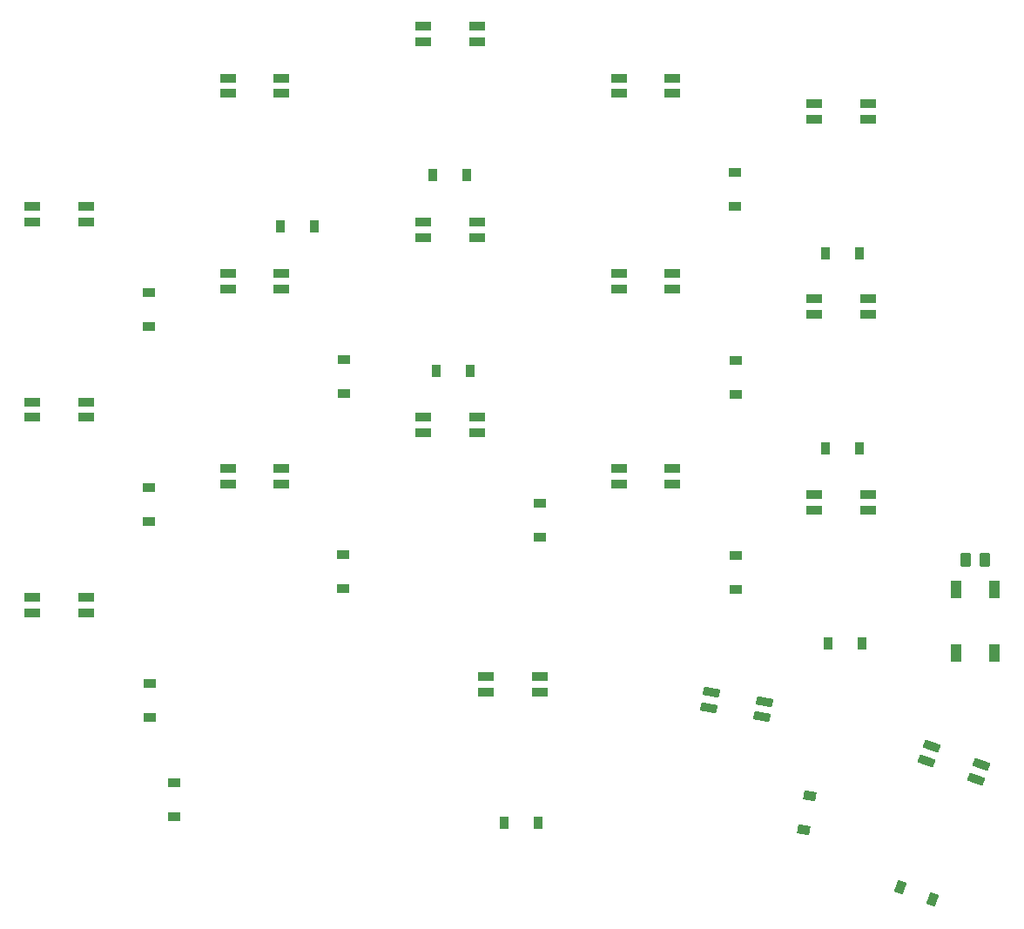
<source format=gbr>
%TF.GenerationSoftware,KiCad,Pcbnew,(6.0.5)*%
%TF.CreationDate,2022-11-22T22:37:01-08:00*%
%TF.ProjectId,bgkeeb,62676b65-6562-42e6-9b69-6361645f7063,rev?*%
%TF.SameCoordinates,Original*%
%TF.FileFunction,Paste,Top*%
%TF.FilePolarity,Positive*%
%FSLAX46Y46*%
G04 Gerber Fmt 4.6, Leading zero omitted, Abs format (unit mm)*
G04 Created by KiCad (PCBNEW (6.0.5)) date 2022-11-22 22:37:01*
%MOMM*%
%LPD*%
G01*
G04 APERTURE LIST*
G04 Aperture macros list*
%AMRoundRect*
0 Rectangle with rounded corners*
0 $1 Rounding radius*
0 $2 $3 $4 $5 $6 $7 $8 $9 X,Y pos of 4 corners*
0 Add a 4 corners polygon primitive as box body*
4,1,4,$2,$3,$4,$5,$6,$7,$8,$9,$2,$3,0*
0 Add four circle primitives for the rounded corners*
1,1,$1+$1,$2,$3*
1,1,$1+$1,$4,$5*
1,1,$1+$1,$6,$7*
1,1,$1+$1,$8,$9*
0 Add four rect primitives between the rounded corners*
20,1,$1+$1,$2,$3,$4,$5,0*
20,1,$1+$1,$4,$5,$6,$7,0*
20,1,$1+$1,$6,$7,$8,$9,0*
20,1,$1+$1,$8,$9,$2,$3,0*%
%AMRotRect*
0 Rectangle, with rotation*
0 The origin of the aperture is its center*
0 $1 length*
0 $2 width*
0 $3 Rotation angle, in degrees counterclockwise*
0 Add horizontal line*
21,1,$1,$2,0,0,$3*%
G04 Aperture macros list end*
%ADD10RoundRect,0.250000X-0.262500X-0.450000X0.262500X-0.450000X0.262500X0.450000X-0.262500X0.450000X0*%
%ADD11R,1.100000X1.800000*%
%ADD12R,1.200000X0.900000*%
%ADD13R,0.900000X1.200000*%
%ADD14RotRect,0.900000X1.200000X80.000000*%
%ADD15RotRect,0.900000X1.200000X340.000000*%
%ADD16RoundRect,0.082000X0.718000X-0.328000X0.718000X0.328000X-0.718000X0.328000X-0.718000X-0.328000X0*%
%ADD17RoundRect,0.082000X0.650135X-0.447696X0.764049X0.198338X-0.650135X0.447696X-0.764049X-0.198338X0*%
%ADD18RoundRect,0.082000X0.562517X-0.553790X0.786882X0.062649X-0.562517X0.553790X-0.786882X-0.062649X0*%
G04 APERTURE END LIST*
D10*
%TO.C,R4*%
X149131093Y-86540404D03*
X150956093Y-86540404D03*
%TD*%
D11*
%TO.C,SW41*%
X148193593Y-95609404D03*
X151893593Y-89409404D03*
X151893593Y-95609404D03*
X148193593Y-89409404D03*
%TD*%
D12*
%TO.C,D7*%
X69665293Y-63857204D03*
X69665293Y-60557204D03*
%TD*%
%TO.C,D8*%
X69677993Y-82869104D03*
X69677993Y-79569104D03*
%TD*%
%TO.C,D9*%
X69779593Y-101919104D03*
X69779593Y-98619104D03*
%TD*%
D13*
%TO.C,D10*%
X85818693Y-54168104D03*
X82518693Y-54168104D03*
%TD*%
D12*
%TO.C,D16*%
X88677193Y-70359604D03*
X88677193Y-67059604D03*
%TD*%
%TO.C,D17*%
X88613693Y-89371504D03*
X88613693Y-86071504D03*
%TD*%
D13*
%TO.C,D18*%
X97326893Y-49100804D03*
X100626893Y-49100804D03*
%TD*%
%TO.C,D19*%
X97631693Y-68201604D03*
X100931693Y-68201604D03*
%TD*%
D12*
%TO.C,D20*%
X107752593Y-84367704D03*
X107752593Y-81067704D03*
%TD*%
D13*
%TO.C,D26*%
X104222993Y-112118204D03*
X107522993Y-112118204D03*
%TD*%
D12*
%TO.C,D27*%
X126726393Y-52160504D03*
X126726393Y-48860504D03*
%TD*%
%TO.C,D28*%
X126802593Y-70448504D03*
X126802593Y-67148504D03*
%TD*%
%TO.C,D29*%
X126739093Y-89396904D03*
X126739093Y-86096904D03*
%TD*%
D14*
%TO.C,D30*%
X133374074Y-112790637D03*
X133947112Y-109540771D03*
%TD*%
D13*
%TO.C,D31*%
X135452293Y-56733504D03*
X138752293Y-56733504D03*
%TD*%
%TO.C,D32*%
X135477693Y-75694604D03*
X138777693Y-75694604D03*
%TD*%
%TO.C,D33*%
X135757093Y-94693804D03*
X139057093Y-94693804D03*
%TD*%
D15*
%TO.C,D36*%
X142778100Y-118424571D03*
X145879086Y-119553237D03*
%TD*%
D12*
%TO.C,D37*%
X72192593Y-111558404D03*
X72192593Y-108258404D03*
%TD*%
D16*
%TO.C,D38*%
X58397589Y-53696488D03*
X58397589Y-52196488D03*
X63597589Y-52196488D03*
X63597589Y-53696488D03*
%TD*%
%TO.C,D39*%
X115397586Y-79196488D03*
X115397586Y-77696488D03*
X120597586Y-77696488D03*
X120597586Y-79196488D03*
%TD*%
%TO.C,D40*%
X58397589Y-72696487D03*
X58397589Y-71196487D03*
X63597589Y-71196487D03*
X63597589Y-72696487D03*
%TD*%
%TO.C,D44*%
X115397586Y-60196488D03*
X115397586Y-58696488D03*
X120597586Y-58696488D03*
X120597586Y-60196488D03*
%TD*%
%TO.C,D58*%
X58397588Y-91696486D03*
X58397588Y-90196486D03*
X63597588Y-90196486D03*
X63597588Y-91696486D03*
%TD*%
%TO.C,D61*%
X115397586Y-41196489D03*
X115397586Y-39696489D03*
X120597586Y-39696489D03*
X120597586Y-41196489D03*
%TD*%
%TO.C,D62*%
X134397585Y-43696490D03*
X134397585Y-42196490D03*
X139597585Y-42196490D03*
X139597585Y-43696490D03*
%TD*%
%TO.C,D63*%
X77397587Y-79196487D03*
X77397587Y-77696487D03*
X82597587Y-77696487D03*
X82597587Y-79196487D03*
%TD*%
%TO.C,D64*%
X134397585Y-62696489D03*
X134397585Y-61196489D03*
X139597585Y-61196489D03*
X139597585Y-62696489D03*
%TD*%
%TO.C,D65*%
X77397588Y-60196488D03*
X77397588Y-58696488D03*
X82597588Y-58696488D03*
X82597588Y-60196488D03*
%TD*%
%TO.C,D66*%
X134397585Y-81696488D03*
X134397585Y-80196488D03*
X139597585Y-80196488D03*
X139597585Y-81696488D03*
%TD*%
%TO.C,D67*%
X77397588Y-41196489D03*
X77397588Y-39696489D03*
X82597588Y-39696489D03*
X82597588Y-41196489D03*
%TD*%
%TO.C,D68*%
X102478593Y-99384405D03*
X102478593Y-97884405D03*
X107678593Y-97884405D03*
X107678593Y-99384405D03*
%TD*%
%TO.C,D69*%
X96397587Y-36196489D03*
X96397587Y-34696489D03*
X101597587Y-34696489D03*
X101597587Y-36196489D03*
%TD*%
%TO.C,D70*%
X96397587Y-55196488D03*
X96397587Y-53696488D03*
X101597587Y-53696488D03*
X101597587Y-55196488D03*
%TD*%
D17*
%TO.C,D71*%
X124155070Y-100925054D03*
X124415543Y-99447843D03*
X129536543Y-100350813D03*
X129276071Y-101828025D03*
%TD*%
D16*
%TO.C,D72*%
X96397586Y-74196488D03*
X96397586Y-72696488D03*
X101597586Y-72696488D03*
X101597586Y-74196488D03*
%TD*%
D18*
%TO.C,D73*%
X145285861Y-106117836D03*
X145798891Y-104708297D03*
X150685293Y-106486801D03*
X150172263Y-107896340D03*
%TD*%
M02*

</source>
